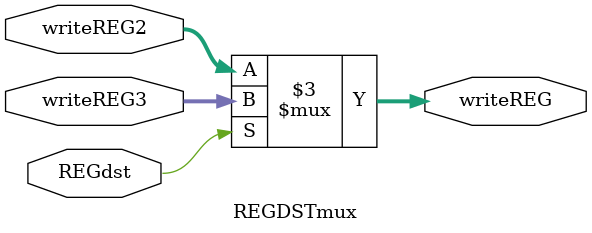
<source format=v>
`timescale 1ns / 1ps
module REGDSTmux(writeREG2,writeREG3,REGdst,writeREG);
input [2:0]writeREG2,writeREG3;
input REGdst;
output reg [2:0]writeREG;

always@(*)
begin
	if(REGdst) writeREG=writeREG3;
	else writeREG=writeREG2;
end


endmodule

</source>
